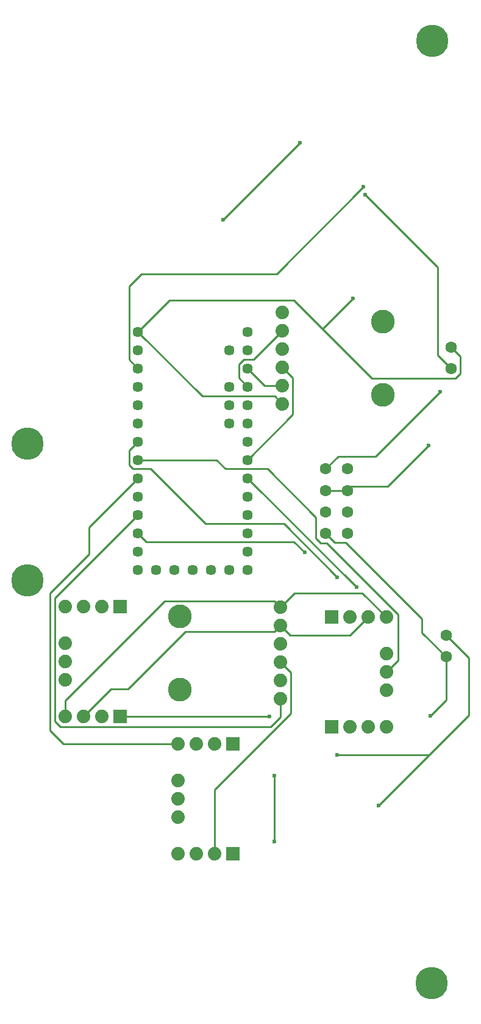
<source format=gbl>
G04 Layer_Physical_Order=2*
G04 Layer_Color=16711680*
%FSLAX44Y44*%
%MOMM*%
G71*
G01*
G75*
%ADD21C,0.2500*%
%ADD23C,1.6000*%
%ADD24C,1.4478*%
%ADD25R,1.8796X1.8796*%
%ADD26C,1.8796*%
%ADD27C,3.3020*%
%ADD28C,4.5000*%
%ADD29C,0.6000*%
D21*
X-234548Y255902D02*
X-166108Y187462D01*
X-86606Y-335016D02*
X-31742Y-280152D01*
X-156710Y-405120D02*
X-86606Y-335016D01*
X-491000Y74400D02*
X-381468D01*
X-368800Y61732D01*
X-310634D01*
X-243578Y-5324D01*
Y-34280D02*
Y-5324D01*
Y-34280D02*
X-236974Y-40884D01*
X-228846D01*
X-129786Y-139944D01*
Y-203786D02*
Y-139944D01*
X-146000Y-220000D02*
X-129786Y-203786D01*
X-503166Y87634D02*
X-491000Y99800D01*
X-503166Y67320D02*
Y87634D01*
Y67320D02*
X-498086Y62240D01*
X-473448D01*
X-397248Y-13960D01*
X-288282D01*
X-213860Y-88382D01*
X-503166Y213566D02*
X-491000Y201400D01*
X-503166Y213566D02*
Y314970D01*
X-485894Y332242D01*
X-298442D01*
X-177792Y452892D01*
X-301490Y-455458D02*
Y-363464D01*
X-372864Y407172D02*
X-266036Y514000D01*
X-234548Y255902D02*
X-192497Y297952D01*
X-274566Y295920D02*
X-234548Y255902D01*
X-447280Y295920D02*
X-274566D01*
X-491000Y252200D02*
X-447280Y295920D01*
X-56000Y231000D02*
X-43172Y218172D01*
Y194320D02*
Y218172D01*
X-50030Y187462D02*
X-43172Y194320D01*
X-166108Y187462D02*
X-50030D01*
X-300824Y162824D02*
X-290150Y152150D01*
X-401624Y162824D02*
X-300824D01*
X-491000Y252200D02*
X-401624Y162824D01*
X-592000Y-281600D02*
Y-259766D01*
X-453636Y-121402D01*
X-301598D01*
X-292850Y-130150D01*
X-179320Y-110480D02*
X-146000Y-143800D01*
X-273180Y-110480D02*
X-179320D01*
X-292850Y-130150D02*
X-273180Y-110480D01*
X-63000Y-169000D02*
X-31742Y-200258D01*
Y-280152D02*
Y-200258D01*
X-214400Y-335016D02*
X-86606D01*
X-566600Y-281600D02*
X-528576Y-243576D01*
X-504690D01*
X-425188Y-164074D01*
X-301374D01*
X-292850Y-155550D01*
X-314750Y177550D02*
X-290150D01*
X-338600Y201400D02*
X-314750Y177550D01*
X-74668Y219668D02*
X-56000Y201000D01*
X-74668Y219668D02*
Y341659D01*
X-174998Y441989D02*
X-74668Y341659D01*
X-144264Y37348D02*
X-87622Y93990D01*
X-194652Y37348D02*
X-144264D01*
X-200000Y32000D02*
X-194652Y37348D01*
X-292850Y-282434D02*
Y-257150D01*
X-306316Y-295900D02*
X-292850Y-282434D01*
X-598670Y-295900D02*
X-306316D01*
X-606290Y-288280D02*
X-598670Y-295900D01*
X-606290Y-288280D02*
Y-117090D01*
X-491000Y-1800D01*
X-594128Y-320000D02*
X-435200D01*
X-612894Y-301234D02*
X-594128Y-320000D01*
X-612894Y-301234D02*
Y-110226D01*
X-558792Y-56124D01*
Y-18792D01*
X-491000Y49000D01*
X-292850Y-206350D02*
X-278630Y-220570D01*
Y-277104D02*
Y-220570D01*
X-384400Y-382874D02*
X-278630Y-277104D01*
X-384400Y-472400D02*
Y-382874D01*
X-84477Y-280563D02*
X-63000Y-259086D01*
Y-199000D01*
X-274058Y-39360D02*
X-259326Y-54092D01*
X-478840Y-39360D02*
X-274058D01*
X-491000Y-27200D02*
X-478840Y-39360D01*
X-338600Y49000D02*
X-187190Y-102410D01*
X-230000Y-28000D02*
X-217370Y-40630D01*
X-202684D01*
X-96766Y-146548D01*
Y-165234D02*
Y-146548D01*
Y-165234D02*
X-63000Y-199000D01*
X-515800Y-281600D02*
X-307764D01*
X-160774Y79258D02*
X-70858Y169174D01*
X-212742Y79258D02*
X-160774D01*
X-230000Y62000D02*
X-212742Y79258D01*
X-290150Y202950D02*
X-275836Y188636D01*
Y137164D02*
Y188636D01*
X-338600Y74400D02*
X-275836Y137164D01*
X-330022Y213878D02*
X-290150Y253750D01*
X-343908Y213878D02*
X-330022D01*
X-350766Y207020D02*
X-343908Y213878D01*
X-350766Y188166D02*
Y207020D01*
Y188166D02*
X-338600Y176000D01*
X-196754Y-169154D02*
X-171400Y-143800D01*
X-279246Y-169154D02*
X-196754D01*
X-292850Y-155550D02*
X-279246Y-169154D01*
X-230000Y32000D02*
X-200000D01*
D23*
X-230000Y2000D02*
D03*
X-200000D02*
D03*
Y-28000D02*
D03*
X-230000D02*
D03*
Y32000D02*
D03*
X-200000D02*
D03*
Y62000D02*
D03*
X-230000D02*
D03*
X-56000Y201000D02*
D03*
Y231000D02*
D03*
X-63000Y-199000D02*
D03*
Y-169000D02*
D03*
D24*
X-364000Y125200D02*
D03*
Y150600D02*
D03*
Y176000D02*
D03*
Y226800D02*
D03*
X-338600Y252200D02*
D03*
Y226800D02*
D03*
Y201400D02*
D03*
Y176000D02*
D03*
Y150600D02*
D03*
Y125200D02*
D03*
Y99800D02*
D03*
Y74400D02*
D03*
Y49000D02*
D03*
Y23600D02*
D03*
Y-1800D02*
D03*
Y-27200D02*
D03*
Y-52600D02*
D03*
Y-78000D02*
D03*
X-364000D02*
D03*
X-389400D02*
D03*
X-414800D02*
D03*
X-440200D02*
D03*
X-465600D02*
D03*
X-491000D02*
D03*
Y-52600D02*
D03*
Y-27200D02*
D03*
Y-1800D02*
D03*
Y23600D02*
D03*
Y49000D02*
D03*
Y74400D02*
D03*
Y99800D02*
D03*
Y125200D02*
D03*
Y150600D02*
D03*
Y176000D02*
D03*
Y201400D02*
D03*
Y226800D02*
D03*
Y252200D02*
D03*
D25*
X-222200Y-296200D02*
D03*
Y-143800D02*
D03*
X-515800Y-129200D02*
D03*
Y-281600D02*
D03*
X-359000Y-320000D02*
D03*
Y-472400D02*
D03*
D26*
X-196800Y-296200D02*
D03*
X-171400D02*
D03*
X-146000D02*
D03*
X-196800Y-143800D02*
D03*
X-171400D02*
D03*
X-146000D02*
D03*
Y-245400D02*
D03*
Y-220000D02*
D03*
Y-194600D02*
D03*
X-290150Y279150D02*
D03*
Y253750D02*
D03*
Y228350D02*
D03*
Y202950D02*
D03*
Y177550D02*
D03*
Y152150D02*
D03*
X-541200Y-129200D02*
D03*
X-566600D02*
D03*
X-592000D02*
D03*
X-541200Y-281600D02*
D03*
X-566600D02*
D03*
X-592000D02*
D03*
Y-180000D02*
D03*
Y-205400D02*
D03*
Y-230800D02*
D03*
X-292850Y-257150D02*
D03*
Y-231750D02*
D03*
Y-206350D02*
D03*
Y-180950D02*
D03*
Y-155550D02*
D03*
Y-130150D02*
D03*
X-384400Y-320000D02*
D03*
X-409800D02*
D03*
X-435200D02*
D03*
X-384400Y-472400D02*
D03*
X-409800D02*
D03*
X-435200D02*
D03*
Y-370800D02*
D03*
Y-396200D02*
D03*
Y-421600D02*
D03*
D27*
X-150450Y164850D02*
D03*
Y266450D02*
D03*
X-432550Y-142850D02*
D03*
Y-244450D02*
D03*
D28*
X-644000Y97000D02*
D03*
Y-93000D02*
D03*
X-83000Y-652000D02*
D03*
X-82000Y656000D02*
D03*
D29*
X-213860Y-88382D02*
D03*
X-177792Y452892D02*
D03*
X-301490Y-363464D02*
D03*
Y-455458D02*
D03*
X-266036Y514000D02*
D03*
X-372864Y407172D02*
D03*
X-192497Y297952D02*
D03*
X-214400Y-335016D02*
D03*
X-174998Y441989D02*
D03*
X-87622Y93990D02*
D03*
X-156710Y-405120D02*
D03*
X-84477Y-280563D02*
D03*
X-259326Y-54092D02*
D03*
X-187190Y-102410D02*
D03*
X-307764Y-281600D02*
D03*
X-70858Y169174D02*
D03*
M02*

</source>
